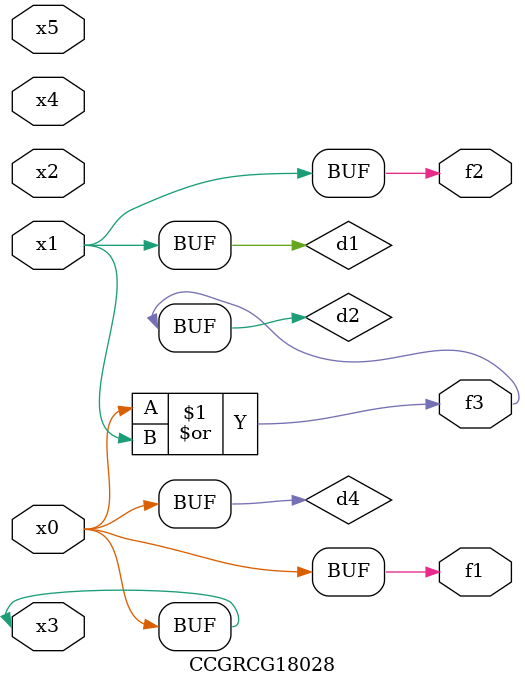
<source format=v>
module CCGRCG18028(
	input x0, x1, x2, x3, x4, x5,
	output f1, f2, f3
);

	wire d1, d2, d3, d4;

	and (d1, x1);
	or (d2, x0, x1);
	nand (d3, x0, x5);
	buf (d4, x0, x3);
	assign f1 = d4;
	assign f2 = d1;
	assign f3 = d2;
endmodule

</source>
